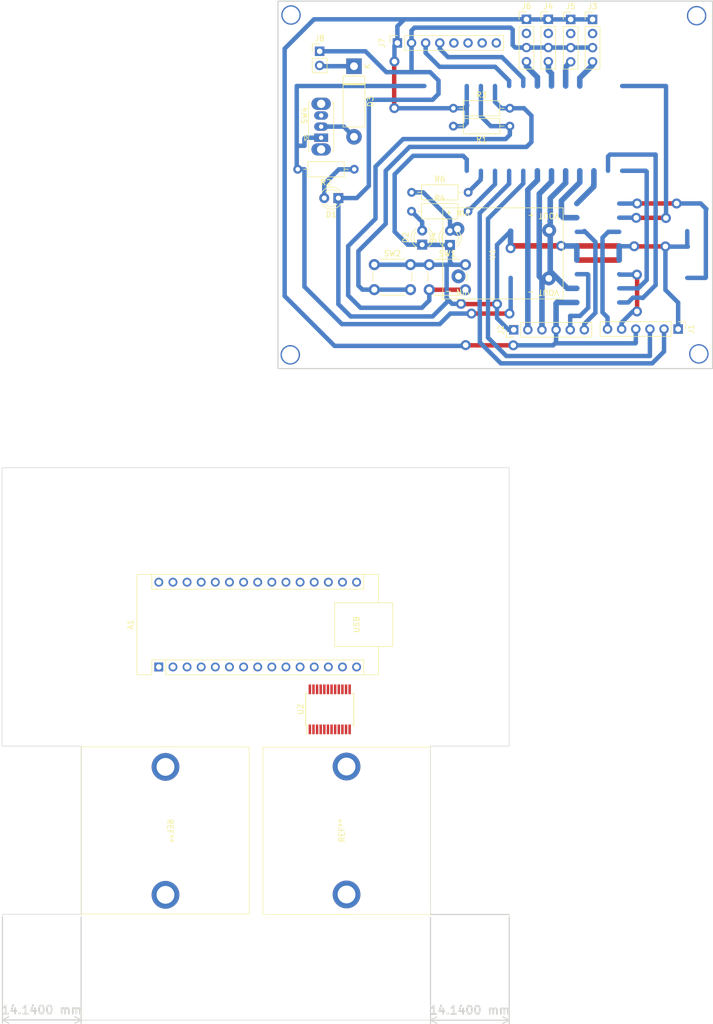
<source format=kicad_pcb>
(kicad_pcb (version 20221018) (generator pcbnew)
  (layers (0 "F.Cu" signal) (31 "B.Cu" signal) (34 "B.Paste" user) (35 "F.Paste" user) (36 "B.SilkS" user "B.Silkscreen") (37 "F.SilkS" user "F.Silkscreen") (38 "B.Mask" user) (39 "F.Mask" user) (44 "Edge.Cuts" user))
  (net 0 "")
  (net 4 "GND")
  (net 5 "/BTN1")
  (net 6 "/BTN2")
  (net 7 "/Led")
  (net 8 "/INB1")
  (net 9 "/INB2")
  (net 10 "/PWM2")
  (net 11 "/PWM1")
  (net 12 "/INA1")
  (net 13 "/INA2")
  (net 16 "/SHARP_D")
  (net 17 "/SHARP_C")
  (net 18 "/SHARP_I")
  (net 19 "/CNY70")
  (net 20 "/SDA")
  (net 21 "/SCL")
  (net 22 "/5v")
  (net 24 "Net-(D1-A)")
  (net 25 "Net-(D2-A)")
  (net 26 "Net-(D3-A)")
  (net 27 "Net-(D3-K)")
  (net 28 "Net-(D4-A)")
  (net 29 "/MA1")
  (net 30 "/MA2")
  (net 31 "/AO1")
  (net 32 "/AO2")
  (net 33 "/MB1")
  (net 34 "/MB2")
  (net 35 "/BO2")
  (net 36 "/BO1")
  (net 45 "/VIn")
  (net 47 "/Vm")
  (net 48 "/Led2")
  (footprint "LED_THT:LED_D3.0mm" (layer "F.Cu") (at 99.68 57.685 90)
    (fp_text reference "D2" (at 1.27 -2.96 90) (layer "F.SilkS"))
    (fp_text value "LED")
    (pad "1" thru_hole rect (at 0 0 90) (size 1.8 1.8) (drill 0.9) (layers "*.Cu" "*.Mask") (net 4 "GND"))
    (pad "2" thru_hole circle (at 2.54 0 90) (size 1.8 1.8) (drill 0.9) (layers "*.Cu" "*.Mask") (net 25 "Net-(D2-A)"))
  )
  (footprint "Connector_PinSocket_2.54mm:PinSocket_1x08_P2.54mm_Vertical" (layer "F.Cu") (at 95.22 21.42 90)
    (fp_text reference "J7" (at 0 -2.77 90) (layer "F.SilkS"))
    (fp_text value "Conn_01x08_Female")
    (pad "1" thru_hole rect (at 0 0 90) (size 1.7 1.7) (drill 1) (layers "*.Cu" "*.Mask") (net 22 "/5v"))
    (pad "2" thru_hole oval (at 0 2.54 90) (size 1.7 1.7) (drill 1) (layers "*.Cu" "*.Mask") (net 4 "GND"))
    (pad "3" thru_hole oval (at 0 5.08 90) (size 1.7 1.7) (drill 1) (layers "*.Cu" "*.Mask") (net 21 "/SCL"))
    (pad "4" thru_hole oval (at 0 7.62 90) (size 1.7 1.7) (drill 1) (layers "*.Cu" "*.Mask") (net 20 "/SDA"))
    (pad "5" thru_hole oval (at 0 10.16 90) (size 1.7 1.7) (drill 1) (layers "*.Cu" "*.Mask"))
    (pad "6" thru_hole oval (at 0 12.7 90) (size 1.7 1.7) (drill 1) (layers "*.Cu" "*.Mask"))
    (pad "7" thru_hole oval (at 0 15.24 90) (size 1.7 1.7) (drill 1) (layers "*.Cu" "*.Mask"))
    (pad "8" thru_hole oval (at 0 17.78 90) (size 1.7 1.7) (drill 1) (layers "*.Cu" "*.Mask"))
  )
  (footprint "Button_Switch_THT:SW_PUSH_6mm" (layer "F.Cu") (at 91.07 61.27)
    (fp_text reference "SW2" (at 3.25 -2) (layer "F.SilkS"))
    (fp_text value "SW_Push")
    (pad "1" thru_hole circle (at 0 0 90) (size 2 2) (drill 1.1) (layers "*.Cu" "*.Mask") (net 4 "GND"))
    (pad "1" thru_hole circle (at 6.5 0 90) (size 2 2) (drill 1.1) (layers "*.Cu" "*.Mask") (net 4 "GND"))
    (pad "2" thru_hole circle (at 0 4.5 90) (size 2 2) (drill 1.1) (layers "*.Cu" "*.Mask") (net 6 "/BTN2"))
    (pad "2" thru_hole circle (at 6.5 4.5 90) (size 2 2) (drill 1.1) (layers "*.Cu" "*.Mask") (net 6 "/BTN2"))
  )
  (footprint "Diode_THT:D_5W_P12.70mm_Horizontal" (layer "F.Cu") (at 87.42 25.6 -90)
    (fp_text reference "D3" (at 6.35 -2.97 90) (layer "F.SilkS"))
    (fp_text value "type=\"D\" model=\"DIODE\" lib=\"\"")
    (fp_text user "K" (at 0 -2.4 90) (layer "F.SilkS"))
    (pad "1" thru_hole rect (at 0 0 270) (size 2.8 2.8) (drill 1.4) (layers "*.Cu" "*.Mask") (net 26 "Net-(D3-A)"))
    (pad "2" thru_hole oval (at 12.7 0 270) (size 2.8 2.8) (drill 1.4) (layers "*.Cu" "*.Mask") (net 27 "Net-(D3-K)"))
  )
  (footprint "" (layer "F.Cu") (at 75.96 77.49)
    (fp_text reference "" (at 0 0) (layer "F.SilkS") (effects (font (size 1.27 1.27))))
    (fp_text value "" (at 0 0) (layer "F.SilkS") (effects (font (size 1.27 1.27))))
    (pad "1" thru_hole circle (at 0 0) (size 3.5 3.5) (drill 3) (layers "*.Cu" "*.Mask"))
  )
  (footprint "LED_THT:LED_D3.0mm" (layer "F.Cu") (at 84.605 49.31 180)
    (fp_text reference "D1" (at 1.27 -2.96) (layer "F.SilkS"))
    (fp_text value "LED")
    (pad "1" thru_hole rect (at 0 0 180) (size 1.8 1.8) (drill 0.9) (layers "*.Cu" "*.Mask") (net 4 "GND"))
    (pad "2" thru_hole circle (at 2.54 0 180) (size 1.8 1.8) (drill 0.9) (layers "*.Cu" "*.Mask") (net 24 "Net-(D1-A)"))
  )
  (footprint "propios:Sx1308" (layer "F.Cu") (at 112.7895 59.454 90)
    (fp_text reference "U1" (at 0 -0.5 90 unlocked) (layer "F.SilkS") (effects (font (thickness 0.1))))
    (fp_text value "Mt3608")
    (fp_text user "VOUT -" (at -6.838 8.63 180 unlocked) (layer "F.SilkS"))
    (fp_text user "VIN +" (at 7.452 -6.81 180 unlocked) (layer "F.SilkS"))
    (fp_text user "VIN -" (at -6.708 -6.81 180 unlocked) (layer "F.SilkS"))
    (fp_text user "VOUT +" (at 6.972 8.7 180 unlocked) (layer "F.SilkS"))
    (pad "1" thru_hole circle (at 4.602 -6.77 90) (size 2.5 2.5) (drill 1.2) (layers "*.Cu" "*.Mask") (net 45 "/VIn"))
    (pad "2" thru_hole circle (at 4.342 9.72 90) (size 2.5 2.5) (drill 1.2) (layers "*.Cu" "*.Mask") (net 47 "/Vm"))
    (pad "3" thru_hole circle (at -3.918 -6.59 90) (size 2.5 2.5) (drill 1.2) (layers "*.Cu" "*.Mask") (net 4 "GND"))
    (pad "4" thru_hole circle (at -4.298 9.65 90) (size 2.5 2.5) (drill 1.2) (layers "*.Cu" "*.Mask") (net 4 "GND"))
  )
  (footprint "Connector_PinHeader_2.54mm:PinHeader_1x06_P2.54mm_Vertical" (layer "F.Cu") (at 116.13 72.99 90)
    (fp_text reference "J2" (at 0 -2.33 90) (layer "F.SilkS"))
    (fp_text value "Conn_01x06_Female")
    (pad "1" thru_hole rect (at 0 0 90) (size 1.7 1.7) (drill 1) (layers "*.Cu" "*.Mask") (net 4 "GND"))
    (pad "2" thru_hole oval (at 0 2.54 90) (size 1.7 1.7) (drill 1) (layers "*.Cu" "*.Mask") (net 33 "/MB1"))
    (pad "3" thru_hole oval (at 0 5.08 90) (size 1.7 1.7) (drill 1) (layers "*.Cu" "*.Mask") (net 34 "/MB2"))
    (pad "4" thru_hole oval (at 0 7.62 90) (size 1.7 1.7) (drill 1) (layers "*.Cu" "*.Mask") (net 22 "/5v"))
    (pad "5" thru_hole oval (at 0 10.16 90) (size 1.7 1.7) (drill 1) (layers "*.Cu" "*.Mask") (net 35 "/BO2"))
    (pad "6" thru_hole oval (at 0 12.7 90) (size 1.7 1.7) (drill 1) (layers "*.Cu" "*.Mask") (net 36 "/BO1"))
  )
  (footprint "Resistor_THT:R_Axial_DIN0207_L6.3mm_D2.5mm_P10.16mm_Horizontal" (layer "F.Cu") (at 115.44 36.38 180)
    (fp_text reference "R1" (at 5.08 -2.37) (layer "F.SilkS"))
    (fp_text value "R")
    (pad "1" thru_hole circle (at 0 0 180) (size 1.6 1.6) (drill 0.8) (layers "*.Cu" "*.Mask") (net 5 "/BTN1"))
    (pad "2" thru_hole oval (at 10.16 0 180) (size 1.6 1.6) (drill 0.8) (layers "*.Cu" "*.Mask") (net 22 "/5v"))
  )
  (footprint "LED_THT:LED_D3.0mm" (layer "F.Cu") (at 104.68 57.725 90)
    (fp_text reference "D4" (at 1.27 -2.96 90) (layer "F.SilkS"))
    (fp_text value "LED")
    (pad "1" thru_hole rect (at 0 0 90) (size 1.8 1.8) (drill 0.9) (layers "*.Cu" "*.Mask") (net 4 "GND"))
    (pad "2" thru_hole circle (at 2.54 0 90) (size 1.8 1.8) (drill 0.9) (layers "*.Cu" "*.Mask") (net 28 "Net-(D4-A)"))
  )
  (footprint "" (layer "F.Cu") (at 149.42 77.32)
    (fp_text reference "" (at 0 0) (layer "F.SilkS") (effects (font (size 1.27 1.27))))
    (fp_text value "" (at 0 0) (layer "F.SilkS") (effects (font (size 1.27 1.27))))
    (pad "1" thru_hole circle (at 0 0) (size 3.5 3.5) (drill 3) (layers "*.Cu" "*.Mask"))
  )
  (footprint "Resistor_THT:R_Axial_DIN0207_L6.3mm_D2.5mm_P10.16mm_Horizontal" (layer "F.Cu") (at 97.76 51.68)
    (fp_text reference "R4" (at 5.08 -2.37) (layer "F.SilkS"))
    (fp_text value "R")
    (pad "1" thru_hole circle (at 0 0) (size 1.6 1.6) (drill 0.8) (layers "*.Cu" "*.Mask") (net 25 "Net-(D2-A)"))
    (pad "2" thru_hole oval (at 10.16 0) (size 1.6 1.6) (drill 0.8) (layers "*.Cu" "*.Mask") (net 7 "/Led"))
  )
  (footprint "Connector_PinHeader_2.54mm:PinHeader_1x04_P2.54mm_Vertical" (layer "F.Cu") (at 118.42 17.17)
    (fp_text reference "J6" (at 0 -2.33) (layer "F.SilkS"))
    (fp_text value "Conn_01x04_Male")
    (pad "1" thru_hole rect (at 0 0) (size 1.7 1.7) (drill 1) (layers "*.Cu" "*.Mask") (net 22 "/5v"))
    (pad "2" thru_hole oval (at 0 2.54) (size 1.7 1.7) (drill 1) (layers "*.Cu" "*.Mask"))
    (pad "3" thru_hole oval (at 0 5.08) (size 1.7 1.7) (drill 1) (layers "*.Cu" "*.Mask") (net 4 "GND"))
    (pad "4" thru_hole oval (at 0 7.62) (size 1.7 1.7) (drill 1) (layers "*.Cu" "*.Mask") (net 19 "/CNY70"))
  )
  (footprint "propios:MotorHolder" (layer "F.Cu") (at 75.086 163.003 90)
    (fp_text reference "REF**" (at 0 10.16 90 unlocked) (layer "F.SilkS"))
    (fp_text value "MotorHolder")
    (pad "1" thru_hole circle (at -11.5 10.99 90) (size 5 5) (drill 3.2) (layers "*.Cu" "*.Mask"))
    (pad "2" thru_hole circle (at 11.5 10.99 90) (size 5 5) (drill 3.2) (layers "*.Cu" "*.Mask"))
  )
  (footprint "Connector_PinHeader_2.54mm:PinHeader_1x04_P2.54mm_Vertical" (layer "F.Cu") (at 126.38 17.19)
    (fp_text reference "J5" (at 0 -2.33) (layer "F.SilkS"))
    (fp_text value "Conn_01x04_Male")
    (pad "1" thru_hole rect (at 0 0) (size 1.7 1.7) (drill 1) (layers "*.Cu" "*.Mask") (net 22 "/5v"))
    (pad "2" thru_hole oval (at 0 2.54) (size 1.7 1.7) (drill 1) (layers "*.Cu" "*.Mask"))
    (pad "3" thru_hole oval (at 0 5.08) (size 1.7 1.7) (drill 1) (layers "*.Cu" "*.Mask") (net 4 "GND"))
    (pad "4" thru_hole oval (at 0 7.62) (size 1.7 1.7) (drill 1) (layers "*.Cu" "*.Mask") (net 17 "/SHARP_C"))
  )
  (footprint "" (layer "F.Cu") (at 149.02 16.52)
    (fp_text reference "" (at 0 0) (layer "F.SilkS") (effects (font (size 1.27 1.27))))
    (fp_text value "" (at 0 0) (layer "F.SilkS") (effects (font (size 1.27 1.27))))
    (pad "1" thru_hole circle (at 0 0) (size 3.5 3.5) (drill 3) (layers "*.Cu" "*.Mask"))
  )
  (footprint "" (layer "F.Cu") (at 76.09 16.4)
    (fp_text reference "" (at 0 0) (layer "F.SilkS") (effects (font (size 1.27 1.27))))
    (fp_text value "" (at 0 0) (layer "F.SilkS") (effects (font (size 1.27 1.27))))
    (pad "1" thru_hole circle (at 0 0) (size 3.5 3.5) (drill 3) (layers "*.Cu" "*.Mask"))
  )
  (footprint "Connector_PinHeader_2.54mm:PinHeader_1x04_P2.54mm_Vertical" (layer "F.Cu") (at 122.35 17.17)
    (fp_text reference "J4" (at 0 -2.33) (layer "F.SilkS"))
    (fp_text value "Conn_01x04_Male")
    (pad "1" thru_hole rect (at 0 0) (size 1.7 1.7) (drill 1) (layers "*.Cu" "*.Mask") (net 22 "/5v"))
    (pad "2" thru_hole oval (at 0 2.54) (size 1.7 1.7) (drill 1) (layers "*.Cu" "*.Mask"))
    (pad "3" thru_hole oval (at 0 5.08) (size 1.7 1.7) (drill 1) (layers "*.Cu" "*.Mask") (net 4 "GND"))
    (pad "4" thru_hole oval (at 0 7.62) (size 1.7 1.7) (drill 1) (layers "*.Cu" "*.Mask") (net 18 "/SHARP_I"))
  )
  (footprint "Resistor_THT:R_Axial_DIN0207_L6.3mm_D2.5mm_P10.16mm_Horizontal" (layer "F.Cu") (at 87.46 44.13 180)
    (fp_text reference "R2" (at 5.08 -2.37) (layer "F.SilkS"))
    (fp_text value "R")
    (pad "1" thru_hole circle (at 0 0 180) (size 1.6 1.6) (drill 0.8) (layers "*.Cu" "*.Mask") (net 24 "Net-(D1-A)"))
    (pad "2" thru_hole oval (at 10.16 0 180) (size 1.6 1.6) (drill 0.8) (layers "*.Cu" "*.Mask") (net 45 "/VIn"))
  )
  (footprint "Package_SO:SSOP-24_5.3x8.2mm_P0.65mm" (layer "F.Cu") (at 83.058 141.224 90)
    (fp_text reference "U2" (at 0 -5.25 90) (layer "F.SilkS"))
    (fp_text value "TB6612FNG")
    (pad "1" smd rect (at -3.6 -3.575 90) (size 1.75 0.45) (layers "F.Cu" "F.Paste" "F.Mask") (net 31 "/AO1"))
    (pad "2" smd rect (at -3.6 -2.925 90) (size 1.75 0.45) (layers "F.Cu" "F.Paste" "F.Mask") (net 31 "/AO1"))
    (pad "3" smd rect (at -3.6 -2.275 90) (size 1.75 0.45) (layers "F.Cu" "F.Paste" "F.Mask") (net 4 "GND"))
    (pad "4" smd rect (at -3.6 -1.625 90) (size 1.75 0.45) (layers "F.Cu" "F.Paste" "F.Mask") (net 4 "GND"))
    (pad "5" smd rect (at -3.6 -0.975 90) (size 1.75 0.45) (layers "F.Cu" "F.Paste" "F.Mask") (net 32 "/AO2"))
    (pad "6" smd rect (at -3.6 -0.325 90) (size 1.75 0.45) (layers "F.Cu" "F.Paste" "F.Mask") (net 32 "/AO2"))
    (pad "7" smd rect (at -3.6 0.325 90) (size 1.75 0.45) (layers "F.Cu" "F.Paste" "F.Mask") (net 35 "/BO2"))
    (pad "8" smd rect (at -3.6 0.975 90) (size 1.75 0.45) (layers "F.Cu" "F.Paste" "F.Mask") (net 35 "/BO2"))
    (pad "9" smd rect (at -3.6 1.625 90) (size 1.75 0.45) (layers "F.Cu" "F.Paste" "F.Mask") (net 4 "GND"))
    (pad "10" smd rect (at -3.6 2.275 90) (size 1.75 0.45) (layers "F.Cu" "F.Paste" "F.Mask") (net 4 "GND"))
    (pad "11" smd rect (at -3.6 2.925 90) (size 1.75 0.45) (layers "F.Cu" "F.Paste" "F.Mask") (net 36 "/BO1"))
    (pad "12" smd rect (at -3.6 3.575 90) (size 1.75 0.45) (layers "F.Cu" "F.Paste" "F.Mask") (net 36 "/BO1"))
    (pad "13" smd rect (at 3.6 3.575 90) (size 1.75 0.45) (layers "F.Cu" "F.Paste" "F.Mask") (net 47 "/Vm"))
    (pad "14" smd rect (at 3.6 2.925 90) (size 1.75 0.45) (layers "F.Cu" "F.Paste" "F.Mask") (net 47 "/Vm"))
    (pad "15" smd rect (at 3.6 2.275 90) (size 1.75 0.45) (layers "F.Cu" "F.Paste" "F.Mask") (net 10 "/PWM2"))
    (pad "16" smd rect (at 3.6 1.625 90) (size 1.75 0.45) (layers "F.Cu" "F.Paste" "F.Mask") (net 9 "/INB2"))
    (pad "17" smd rect (at 3.6 0.975 90) (size 1.75 0.45) (layers "F.Cu" "F.Paste" "F.Mask") (net 8 "/INB1"))
    (pad "18" smd rect (at 3.6 0.325 90) (size 1.75 0.45) (layers "F.Cu" "F.Paste" "F.Mask") (net 4 "GND"))
    (pad "19" smd rect (at 3.6 -0.325 90) (size 1.75 0.45) (layers "F.Cu" "F.Paste" "F.Mask"))
    (pad "20" smd rect (at 3.6 -0.975 90) (size 1.75 0.45) (layers "F.Cu" "F.Paste" "F.Mask") (net 22 "/5v"))
    (pad "21" smd rect (at 3.6 -1.625 90) (size 1.75 0.45) (layers "F.Cu" "F.Paste" "F.Mask") (net 12 "/INA1"))
    (pad "22" smd rect (at 3.6 -2.275 90) (size 1.75 0.45) (layers "F.Cu" "F.Paste" "F.Mask") (net 13 "/INA2"))
    (pad "23" smd rect (at 3.6 -2.925 90) (size 1.75 0.45) (layers "F.Cu" "F.Paste" "F.Mask") (net 11 "/PWM1"))
    (pad "24" smd rect (at 3.6 -3.575 90) (size 1.75 0.45) (layers "F.Cu" "F.Paste" "F.Mask") (net 47 "/Vm"))
  )
  (footprint "Resistor_THT:R_Axial_DIN0207_L6.3mm_D2.5mm_P10.16mm_Horizontal" (layer "F.Cu") (at 105.28 33.16)
    (fp_text reference "R3" (at 5.08 -2.37) (layer "F.SilkS"))
    (fp_text value "R")
    (pad "1" thru_hole circle (at 0 0) (size 1.6 1.6) (drill 0.8) (layers "*.Cu" "*.Mask") (net 22 "/5v"))
    (pad "2" thru_hole oval (at 10.16 0) (size 1.6 1.6) (drill 0.8) (layers "*.Cu" "*.Mask") (net 6 "/BTN2"))
  )
  (footprint "propios:MotorHolder" (layer "F.Cu") (at 64.516 163.068 -90)
    (fp_text reference "REF**" (at 0 10.16 -90 unlocked) (layer "F.SilkS"))
    (fp_text value "MotorHolder")
    (pad "1" thru_hole circle (at -11.5 10.99 270) (size 5 5) (drill 3.2) (layers "*.Cu" "*.Mask"))
    (pad "2" thru_hole circle (at 11.5 10.99 270) (size 5 5) (drill 3.2) (layers "*.Cu" "*.Mask"))
  )
  (footprint "Button_Switch_THT:SW_PUSH_6mm" (layer "F.Cu") (at 100.95 61.29)
    (fp_text reference "SW1" (at 3.25 -2) (layer "F.SilkS"))
    (fp_text value "SW_Push")
    (pad "1" thru_hole circle (at 0 0 90) (size 2 2) (drill 1.1) (layers "*.Cu" "*.Mask") (net 4 "GND"))
    (pad "1" thru_hole circle (at 6.5 0 90) (size 2 2) (drill 1.1) (layers "*.Cu" "*.Mask") (net 4 "GND"))
    (pad "2" thru_hole circle (at 0 4.5 90) (size 2 2) (drill 1.1) (layers "*.Cu" "*.Mask") (net 5 "/BTN1"))
    (pad "2" thru_hole circle (at 6.5 4.5 90) (size 2 2) (drill 1.1) (layers "*.Cu" "*.Mask") (net 5 "/BTN1"))
  )
  (footprint "Button_Switch_THT:SW_Slide_1P2T_CK_OS102011MS2Q" (layer "F.Cu") (at 81.51 38.46 90)
    (fp_text reference "SW4" (at 3.99 -2.99 90) (layer "F.SilkS"))
    (fp_text value "SW_DPDT_x2")
    (pad "" thru_hole oval (at -2.1 0 90) (size 2.2 3.5) (drill 1.5) (layers "*.Cu" "*.Mask"))
    (pad "" thru_hole oval (at 6.1 0 90) (size 2.2 3.5) (drill 1.5) (layers "*.Cu" "*.Mask"))
    (pad "1" thru_hole rect (at 0 0 90) (size 1.5 2.5) (drill 0.8) (layers "*.Cu" "*.Mask") (net 45 "/VIn"))
    (pad "2" thru_hole oval (at 2 0 90) (size 1.5 2.5) (drill 0.8) (layers "*.Cu" "*.Mask") (net 27 "Net-(D3-K)"))
    (pad "3" thru_hole oval (at 4 0 90) (size 1.5 2.5) (drill 0.8) (layers "*.Cu" "*.Mask"))
  )
  (footprint "Connector_PinHeader_2.54mm:PinHeader_1x02_P2.54mm_Vertical" (layer "F.Cu") (at 81.24 22.92)
    (fp_text reference "J8" (at 0 -2.33) (layer "F.SilkS"))
    (fp_text value "Conn_01x02_Male")
    (pad "1" thru_hole rect (at 0 0) (size 1.7 1.7) (drill 1) (layers "*.Cu" "*.Mask") (net 4 "GND"))
    (pad "2" thru_hole oval (at 0 2.54) (size 1.7 1.7) (drill 1) (layers "*.Cu" "*.Mask") (net 26 "Net-(D3-A)"))
  )
  (footprint "Connector_PinHeader_2.54mm:PinHeader_1x04_P2.54mm_Vertical" (layer "F.Cu") (at 130.31 17.19)
    (fp_text reference "J3" (at 0 -2.33) (layer "F.SilkS"))
    (fp_text value "Conn_01x04_Male")
    (pad "1" thru_hole rect (at 0 0) (size 1.7 1.7) (drill 1) (layers "*.Cu" "*.Mask") (net 22 "/5v"))
    (pad "2" thru_hole oval (at 0 2.54) (size 1.7 1.7) (drill 1) (layers "*.Cu" "*.Mask"))
    (pad "3" thru_hole oval (at 0 5.08) (size 1.7 1.7) (drill 1) (layers "*.Cu" "*.Mask") (net 4 "GND"))
    (pad "4" thru_hole oval (at 0 7.62) (size 1.7 1.7) (drill 1) (layers "*.Cu" "*.Mask") (net 16 "/SHARP_D"))
  )
  (footprint "Resistor_THT:R_Axial_DIN0207_L6.3mm_D2.5mm_P10.16mm_Horizontal" (layer "F.Cu") (at 97.78 48.28)
    (fp_text reference "R6" (at 5.08 -2.37) (layer "F.SilkS"))
    (fp_text value "R")
    (pad "1" thru_hole circle (at 0 0) (size 1.6 1.6) (drill 0.8) (layers "*.Cu" "*.Mask") (net 28 "Net-(D4-A)"))
    (pad "2" thru_hole oval (at 10.16 0) (size 1.6 1.6) (drill 0.8) (layers "*.Cu" "*.Mask") (net 48 "/Led2"))
  )
  (footprint "Module:Arduino_Nano" (layer "F.Cu") (at 52.324 133.604 90)
    (fp_text reference "A1" (at 7.62 -5.08 90) (layer "F.SilkS"))
    (fp_text value "Arduino_Nano_v3.x")
    (fp_text user "USB" (at 7.62 35.56 90 unlocked) (layer "F.SilkS"))
    (pad "1" thru_hole rect (at 0 0 90) (size 1.6 1.6) (drill 1) (layers "*.Cu" "*.Mask"))
    (pad "2" thru_hole oval (at 0 2.54 90) (size 1.6 1.6) (drill 1) (layers "*.Cu" "*.Mask"))
    (pad "3" thru_hole oval (at 0 5.08 90) (size 1.6 1.6) (drill 1) (layers "*.Cu" "*.Mask"))
    (pad "4" thru_hole oval (at 0 7.62 90) (size 1.6 1.6) (drill 1) (layers "*.Cu" "*.Mask") (net 4 "GND"))
    (pad "5" thru_hole oval (at 0 10.16 90) (size 1.6 1.6) (drill 1) (layers "*.Cu" "*.Mask") (net 48 "/Led2"))
    (pad "6" thru_hole oval (at 0 12.7 90) (size 1.6 1.6) (drill 1) (layers "*.Cu" "*.Mask") (net 7 "/Led"))
    (pad "7" thru_hole oval (at 0 15.24 90) (size 1.6 1.6) (drill 1) (layers "*.Cu" "*.Mask") (net 29 "/MA1"))
    (pad "8" thru_hole oval (at 0 17.78 90) (size 1.6 1.6) (drill 1) (layers "*.Cu" "*.Mask") (net 30 "/MA2"))
    (pad "9" thru_hole oval (at 0 20.32 90) (size 1.6 1.6) (drill 1) (layers "*.Cu" "*.Mask") (net 33 "/MB1"))
    (pad "10" thru_hole oval (at 0 22.86 90) (size 1.6 1.6) (drill 1) (layers "*.Cu" "*.Mask") (net 34 "/MB2"))
    (pad "11" thru_hole oval (at 0 25.4 90) (size 1.6 1.6) (drill 1) (layers "*.Cu" "*.Mask") (net 9 "/INB2"))
    (pad "12" thru_hole oval (at 0 27.94 90) (size 1.6 1.6) (drill 1) (layers "*.Cu" "*.Mask") (net 8 "/INB1"))
    (pad "13" thru_hole oval (at 0 30.48 90) (size 1.6 1.6) (drill 1) (layers "*.Cu" "*.Mask") (net 10 "/PWM2"))
    (pad "14" thru_hole oval (at 0 33.02 90) (size 1.6 1.6) (drill 1) (layers "*.Cu" "*.Mask") (net 11 "/PWM1"))
    (pad "15" thru_hole oval (at 0 35.56 90) (size 1.6 1.6) (drill 1) (layers "*.Cu" "*.Mask") (net 12 "/INA1"))
    (pad "16" thru_hole oval (at 15.24 35.56 90) (size 1.6 1.6) (drill 1) (layers "*.Cu" "*.Mask") (net 13 "/INA2"))
    (pad "17" thru_hole oval (at 15.24 33.02 90) (size 1.6 1.6) (drill 1) (layers "*.Cu" "*.Mask"))
    (pad "18" thru_hole oval (at 15.24 30.48 90) (size 1.6 1.6) (drill 1) (layers "*.Cu" "*.Mask"))
    (pad "19" thru_hole oval (at 15.24 27.94 90) (size 1.6 1.6) (drill 1) (layers "*.Cu" "*.Mask") (net 16 "/SHARP_D"))
    (pad "20" thru_hole oval (at 15.24 25.4 90) (size 1.6 1.6) (drill 1) (layers "*.Cu" "*.Mask") (net 17 "/SHARP_C"))
    (pad "21" thru_hole oval (at 15.24 22.86 90) (size 1.6 1.6) (drill 1) (layers "*.Cu" "*.Mask") (net 18 "/SHARP_I"))
    (pad "22" thru_hole oval (at 15.24 20.32 90) (size 1.6 1.6) (drill 1) (layers "*.Cu" "*.Mask") (net 19 "/CNY70"))
    (pad "23" thru_hole oval (at 15.24 17.78 90) (size 1.6 1.6) (drill 1) (layers "*.Cu" "*.Mask") (net 20 "/SDA"))
    (pad "24" thru_hole oval (at 15.24 15.24 90) (size 1.6 1.6) (drill 1) (layers "*.Cu" "*.Mask") (net 21 "/SCL"))
    (pad "25" thru_hole oval (at 15.24 12.7 90) (size 1.6 1.6) (drill 1) (layers "*.Cu" "*.Mask") (net 6 "/BTN2"))
    (pad "26" thru_hole oval (at 15.24 10.16 90) (size 1.6 1.6) (drill 1) (layers "*.Cu" "*.Mask") (net 5 "/BTN1"))
    (pad "27" thru_hole oval (at 15.24 7.62 90) (size 1.6 1.6) (drill 1) (layers "*.Cu" "*.Mask") (net 22 "/5v"))
    (pad "28" thru_hole oval (at 15.24 5.08 90) (size 1.6 1.6) (drill 1) (layers "*.Cu" "*.Mask"))
    (pad "29" thru_hole oval (at 15.24 2.54 90) (size 1.6 1.6) (drill 1) (layers "*.Cu" "*.Mask") (net 4 "GND"))
    (pad "30" thru_hole oval (at 15.24 0 90) (size 1.6 1.6) (drill 1) (layers "*.Cu" "*.Mask") (net 45 "/VIn"))
  )
  (footprint "Connector_PinHeader_2.54mm:PinHeader_1x06_P2.54mm_Vertical" (layer "F.Cu") (at 145.7 72.86 -90)
    (fp_text reference "J1" (at 0 -2.33 90) (layer "F.SilkS"))
    (fp_text value "Conn_01x06_Female")
    (pad "1" thru_hole rect (at 0 0 270) (size 1.7 1.7) (drill 1) (layers "*.Cu" "*.Mask") (net 4 "GND"))
    (pad "2" thru_hole oval (at 0 2.54 270) (size 1.7 1.7) (drill 1) (layers "*.Cu" "*.Mask") (net 29 "/MA1"))
    (pad "3" thru_hole oval (at 0 5.08 270) (size 1.7 1.7) (drill 1) (layers "*.Cu" "*.Mask") (net 30 "/MA2"))
    (pad "4" thru_hole oval (at 0 7.62 270) (size 1.7 1.7) (drill 1) (layers "*.Cu" "*.Mask") (net 22 "/5v"))
    (pad "5" thru_hole oval (at 0 10.16 270) (size 1.7 1.7) (drill 1) (layers "*.Cu" "*.Mask") (net 31 "/AO1"))
    (pad "6" thru_hole oval (at 0 12.7 270) (size 1.7 1.7) (drill 1) (layers "*.Cu" "*.Mask") (net 32 "/AO2"))
  )
  (gr_line (start 38.354 178.054) (end 38.354 147.828) (stroke (width 0.1)) (layer "Edge.Cuts"))
  (gr_line (start 101.176 147.828) (end 115.316 147.828) (stroke (width 0.1)) (layer "Edge.Cuts"))
  (gr_line (start 24.13 147.828) (end 24.13 97.79) (stroke (width 0.1)) (layer "Edge.Cuts"))
  (gr_line (start 115.316 178.103) (end 101.176 178.103) (stroke (width 0.2)) (layer "Edge.Cuts"))
  (gr_line (start 24.13 97.79) (end 113.538 97.79) (stroke (width 0.1)) (layer "Edge.Cuts"))
  (gr_line (start 115.316 178.103) (end 115.316 197.104) (stroke (width 0.1)) (layer "Edge.Cuts"))
  (gr_rect (start 73.75 13.9) (end 151.88 79.96) (stroke (width 0.2)) (fill none) (layer "Edge.Cuts"))
  (gr_line (start 24.214 178.054) (end 38.354 178.054) (stroke (width 0.1)) (layer "Edge.Cuts"))
  (gr_line (start 38.354 147.828) (end 24.13 147.828) (stroke (width 0.1)) (layer "Edge.Cuts"))
  (gr_line (start 113.538 97.79) (end 115.316 97.79) (stroke (width 0.1)) (layer "Edge.Cuts"))
  (gr_line (start 115.316 197.104) (end 24.214 197.104) (stroke (width 0.1)) (layer "Edge.Cuts"))
  (gr_line (start 101.176 178.103) (end 101.176 147.828) (stroke (width 0.1)) (layer "Edge.Cuts"))
  (gr_line (start 24.214 197.104) (end 24.214 178.054) (stroke (width 0.1)) (layer "Edge.Cuts"))
  (gr_line (start 115.316 147.828) (end 115.316 97.79) (stroke (width 0.1)) (layer "Edge.Cuts"))
  (dimension (type aligned) (layer "Edge.Cuts") (pts (xy 24.214 178.054) (xy 38.354 178.054)) (height 19.001) (gr_text "14,1400 mm" (at 31.284 195.255) (layer "Edge.Cuts") (effects (font (size 1.5 1.5) (thickness 0.3)))) (format (prefix "") (suffix "") (units 3) (units_format 1) (precision 4)) (style (thickness 0.2) (arrow_length 1.27) (text_position_mode 0) (extension_height 0.58642) (extension_offset 0.5) keep_text_aligned))
  (dimension (type aligned) (layer "Edge.Cuts") (pts (xy 101.176 178.103) (xy 115.316 178.103)) (height 19.001) (gr_text "14,1400 mm" (at 108.246 195.304) (layer "Edge.Cuts") (effects (font (size 1.5 1.5) (thickness 0.3)))) (format (prefix "") (suffix "") (units 3) (units_format 1) (precision 4)) (style (thickness 0.2) (arrow_length 1.27) (text_position_mode 0) (extension_height 0.58642) (extension_offset 0.5) keep_text_aligned))
  (segment (start 115.99 57.9) (end 115.57 58.32) (width 1) (layer "F.Cu") (net 4))
  (segment (start 127.48 57.915) (end 135.1 57.915) (width 1) (layer "F.Cu") (net 4))
  (segment (start 124.67 57.9) (end 115.99 57.9) (width 1) (layer "F.Cu") (net 4))
  (segment (start 137.83 58) (end 137.8 57.97) (width 0.8) (layer "F.Cu") (net 4))
  (segment (start 113.13 68.37) (end 106.71 68.37) (width 0.8) (layer "F.Cu") (net 4))
  (segment (start 135.1 60.455) (end 127.48 60.455) (width 1) (layer "F.Cu") (net 4))
  (segment (start 143.41 58) (end 137.83 58) (width 0.8) (layer "F.Cu") (net 4))
  (segment (start 106.71 68.37) (end 106.66 68.32) (width 0.8) (layer "F.Cu") (net 4))
  (via (at 115.57 58.32) (size 1.8) (drill 1) (layers "F.Cu" "B.Cu") (net 4))
  (via (at 113.13 68.37) (size 1.8) (drill 1) (layers "F.Cu" "B.Cu") (net 4))
  (via (at 106.66 68.32) (size 1.8) (drill 1) (layers "F.Cu" "B.Cu") (net 4))
  (via (at 137.8 57.97) (size 1.8) (drill 1) (layers "F.Cu" "B.Cu") (net 4))
  (via (at 143.41 58) (size 1.8) (drill 1) (layers "F.Cu" "B.Cu") (net 4))
  (via (at 124.67 57.9) (size 1.8) (drill 1) (layers "F.Cu" "B.Cu") (net 4))
  (segment (start 90.08 31.73) (end 89.99 31.64) (width 0.8) (layer "B.Cu") (net 4))
  (segment (start 104.07 61.29) (end 91.09 61.29) (width 0.8) (layer "B.Cu") (net 4))
  (segment (start 147.3335 57.9435) (end 147.43 58.04) (width 0.8) (layer "B.Cu") (net 4))
  (segment (start 106.66 68.32) (end 105.06 68.32) (width 0.8) (layer "B.Cu") (net 4))
  (segment (start 87.9 49.31) (end 90.08 47.13) (width 0.8) (layer "B.Cu") (net 4))
  (segment (start 107.69 44.4) (end 107.69 42.36) (width 0.8) (layer "B.Cu") (net 4))
  (segment (start 90.08 47.13) (end 90.08 31.73) (width 0.8) (layer "B.Cu") (net 4))
  (segment (start 116.41 22.25) (end 115.95 21.79) (width 0.8) (layer "B.Cu") (net 4))
  (segment (start 104.44 67.7) (end 104.07 67.33) (width 0.8) (layer "B.Cu") (net 4))
  (segment (start 137.8 57.97) (end 135.155 57.97) (width 0.8) (layer "B.Cu") (net 4))
  (segment (start 145.7 72.86) (end 145.7 68.11) (width 0.8) (layer "B.Cu") (net 4))
  (segment (start 107.69 42.36) (end 107.04 41.71) (width 0.8) (layer "B.Cu") (net 4))
  (segment (start 97.76 26.67) (end 93.23 26.67) (width 0.8) (layer "B.Cu") (net 4))
  (segment (start 135.155 57.97) (end 135.1 57.915) (width 0.8) (layer "B.Cu") (net 4))
  (segment (start 101.55 70.59) (end 86.82 70.59) (width 0.8) (layer "B.Cu") (net 4))
  (segment (start 89.99 31.64) (end 101.55 31.64) (width 0.8) (layer "B.Cu") (net 4))
  (segment (start 115.21 72.99) (end 113.13 70.91) (width 0.8) (layer "B.Cu") (net 4))
  (segment (start 113.13 70.91) (end 113.13 57.7075) (width 0.8) (layer "B.Cu") (net 4))
  (segment (start 98.05 41.71) (end 94.73 45.03) (width 0.8) (layer "B.Cu") (net 4))
  (segment (start 94.73 55.36) (end 97.055 57.685) (width 0.8) (layer "B.Cu") (net 4))
  (segment (start 130.29 22.25) (end 130.31 22.27) (width 0.8) (layer "B.Cu") (net 4))
  (segment (start 124.685 57.915) (end 124.67 57.9) (width 1) (layer "B.Cu") (net 4))
  (segment (start 99.72 57.725) (end 99.68 57.685) (width 0.8) (layer "B.Cu") (net 4))
  (segment (start 97.055 57.685) (end 99.68 57.685) (width 0.8) (layer "B.Cu") (net 4))
  (segment (start 98.29 18.67) (end 97.76 19.2) (width 0.8) (layer "B.Cu") (net 4))
  (segment (start 91.09 61.29) (end 91.07 61.27) (width 0.8) (layer "B.Cu") (net 4))
  (segment (start 102.61 30.58) (end 102.61 29.16) (width 0.8) (layer "B.Cu") (net 4))
  (segment (start 135.1 57.915) (end 135.1 60.455) (width 1) (layer "B.Cu") (net 4))
  (segment (start 145.7 68.11) (end 143.41 65.82) (width 0.8) (layer "B.Cu") (net 4))
  (segment (start 143.45 58.04) (end 143.41 58) (width 0.8) (layer "B.Cu") (net 4))
  (segment (start 97.76 26.67) (end 101.11 26.67) (width 0.8) (layer "B.Cu") (net 4))
  (segment (start 102.61 28.17) (end 102.61 29.16) (width 0.8) (layer "B.Cu") (net 4))
  (segment (start 113.13 57.7075) (end 115.5835 55.254) (width 0.8) (layer "B.Cu") (net 4))
  (segment (start 101.55 31.64) (end 102.61 30.58) (width 0.8) (layer "B.Cu") (net 4))
  (segment (start 115.59 18.67) (end 98.29 18.67) (width 0.8) (layer "B.Cu") (net 4))
  (segment (start 104.68 57.725) (end 104.68 60.84) (width 0.8) (layer "B.Cu") (net 4))
  (segment (start 93.23 26.67) (end 89.48 22.92) (width 0.8) (layer "B.Cu") (net 4))
  (segment (start 84.605 68.375) (end 84.605 49.31) (width 0.8) (layer "B.Cu") (net 4))
  (segment (start 94.73 45.03) (end 94.73 55.36) (width 0.8) (layer "B.Cu") (net 4))
  (segment (start 105.13 61.29) (end 104.68 60.84) (width 0.8) (layer "B.Cu") (net 4))
  (segment (start 115.95 19.03) (end 115.59 18.67) (width 0.8) (layer "B.Cu") (net 4))
  (segment (start 127.48 57.915) (end 124.685 57.915) (width 1) (layer "B.Cu") (net 4))
  (segment (start 104.68 60.84) (end 104.68 59.43) (width 0.8) (layer "B.Cu") (net 4))
  (segment (start 115.95 21.79) (end 115.95 19.03) (width 0.8) (layer "B.Cu") (net 4))
  (segment (start 104.68 57.725) (end 99.72 57.725) (width 0.8) (layer "B.Cu") (net 4))
  (segment (start 97.76 23.87) (end 97.76 26.67) (width 0.8) (layer "B.Cu") (net 4))
  (segment (start 143.41 65.82) (end 143.41 58) (width 0.8) (layer "B.Cu") (net 4))
  (segment (start 89.48 22.92) (end 81.24 22.92) (width 0.8) (layer "B.Cu") (net 4))
  (segment (start 105.06 68.32) (end 104.44 67.7) (width 0.8) (layer "B.Cu") (net 4))
  (segment (start 115.57 55.2675) (end 115.5835 55.254) (width 1) (layer "B.Cu") (net 4))
  (segment (start 84.605 49.31) (end 87.9 49.31) (width 0.8) (layer "B.Cu") (net 4))
  (segment (start 107.45 61.29) (end 105.13 61.29) (width 0.8) (layer "B.Cu") (net 4))
  (segment (start 101.11 26.67) (end 102.61 28.17) (width 0.8) (layer "B.Cu") (net 4))
  (segment (start 97.76 19.2) (end 97.76 21.42) (width 0.8) (layer "B.Cu") (net 4))
  (segment (start 147.43 58.04) (end 143.45 58.04) (width 0.8) (layer "B.Cu") (net 4))
  (segment (start 107.04 41.71) (end 98.05 41.71) (width 0.8) (layer "B.Cu") (net 4))
  (segment (start 104.44 67.7) (end 101.55 70.59) (width 0.8) (layer "B.Cu") (net 4))
  (segment (start 147.3335 55.254) (end 147.3335 57.9435) (width 0.8) (layer "B.Cu") (net 4))
  (segment (start 127.48 57.915) (end 127.48 60.455) (width 1) (layer "B.Cu") (net 4))
  (segment (start 115.57 58.32) (end 115.57 55.2675) (width 1) (layer "B.Cu") (net 4))
  (segment (start 118.42 22.25) (end 130.29 22.25) (width 0.8) (layer "B.Cu") (net 4))
  (segment (start 104.07 67.33) (end 104.07 61.29) (width 0.8) (layer "B.Cu") (net 4))
  (segment (start 107.45 61.29) (end 104.07 61.29) (width 0.8) (layer "B.Cu") (net 4))
  (segment (start 97.76 21.42) (end 97.76 23.87) (width 0.8) (layer "B.Cu") (net 4))
  (segment (start 116.13 72.99) (end 115.21 72.99) (width 0.8) (layer "B.Cu") (net 4))
  (segment (start 86.82 70.59) (end 84.605 68.375) (width 0.8) (layer "B.Cu") (net 4))
  (segment (start 118.42 22.25) (end 116.41 22.25) (width 0.8) (layer "B.Cu") (net 4))
  (segment (start 100.95 65.79) (end 107.45 65.79) (width 0.8) (layer "F.Cu") (net 5))
  (segment (start 115.44 36.38) (end 115.44 37.94) (width 0.8) (layer "B.Cu") (net 5))
  (segment (start 114.68 38.7) (end 96.24 38.7) (width 0.8) (layer "B.Cu") (net 5))
  (segment (start 110.23 34.6) (end 112.01 36.38) (width 0.8) (layer "B.Cu") (net 5))
  (segment (start 110.23 29.16) (end 110.23 34.6) (width 0.8) (layer "B.Cu") (net 5))
  (segment (start 112.01 36.38) (end 115.44 36.38) (width 0.8) (layer "B.Cu") (net 5))
  (segment (start 88.59 69.03) (end 99.62 69.03) (width 0.8) (layer "B.Cu") (net 5))
  (segment (start 96.24 38.7) (end 91.29 43.65) (width 0.8) (layer "B.Cu") (net 5))
  (segment (start 91.29 53.02) (end 86.37 57.94) (width 0.8) (layer "B.Cu") (net 5))
  (segment (start 86.37 57.94) (end 86.37 66.81) (width 0.8) (layer "B.Cu") (net 5))
  (segment (start 86.37 66.81) (end 88.59 69.03) (width 0.8) (layer "B.Cu") (net 5))
  (segment (start 91.29 43.65) (end 91.29 53.02) (width 0.8) (layer "B.Cu") (net 5))
  (segment (start 100.95 67.7) (end 100.95 65.79) (width 0.8) (layer "B.Cu") (net 5))
  (segment (start 99.62 69.03) (end 100.95 67.7) (width 0.8) (layer "B.Cu") (net 5))
  (segment (start 115.44 37.94) (end 114.68 38.7) (width 0.8) (layer "B.Cu") (net 5))
  (segment (start 88.21 65.05) (end 88.21 58.84) (width 0.8) (layer "B.Cu") (net 6))
  (segment (start 118.44 40.11) (end 119.32 39.23) (width 0.8) (layer "B.Cu") (net 6))
  (segment (start 88.21 58.84) (end 93.12 53.93) (width 0.8) (layer "B.Cu") (net 6))
  (segment (start 93.12 44.4) (end 97.41 40.11) (width 0.8) (layer "B.Cu") (net 6))
  (segment (start 113.91 33.16) (end 112.77 32.02) (width 0.8) (layer "B.Cu") (net 6))
  (segment (start 93.12 53.93) (end 93.12 44.4) (width 0.8) (layer "B.Cu") (net 6))
  (segment (start 97.41 40.11) (end 118.44 40.11) (width 0.8) (layer "B.Cu") (net 6))
  (segment (start 97.57 65.77) (end 91.07 65.77) (width 0.8) (layer "B.Cu") (net 6))
  (segment (start 88.93 65.77) (end 88.21 65.05) (width 0.8) (layer "B.Cu") (net 6))
  (segment (start 119.32 34.5) (end 117.98 33.16) (width 0.8) (layer "B.Cu") (net 6))
  (segment (start 119.32 39.23) (end 119.32 34.5) (width 0.8) (layer "B.Cu") (net 6))
  (segment (start 91.07 65.77) (end 88.93 65.77) (width 0.8) (layer "B.Cu") (net 6))
  (segment (start 117.98 33.16) (end 115.44 33.16) (width 0.8) (layer "B.Cu") (net 6))
  (segment (start 112.77 32.02) (end 112.77 29.16) (width 0.8) (layer "B.Cu") (net 6))
  (segment (start 115.44 33.16) (end 113.91 33.16) (width 0.8) (layer "B.Cu") (net 6))
  (segment (start 107.92 51.68) (end 112.77 46.83) (width 0.8) (layer "B.Cu") (net 7))
  (segment (start 112.77 46.83) (end 112.77 44.4) (width 0.8) (layer "B.Cu") (net 7))
  (segment (start 128.01 46.5) (end 124.71 49.8) (width 1) (layer "B.Cu") (net 8))
  (segment (start 124.71 52.48) (end 125.065 52.835) (width 1) (layer "B.Cu") (net 8))
  (segment (start 128.01 44.4) (end 128.01 46.5) (width 1) (layer "B.Cu") (net 8))
  (segment (start 125.065 52.835) (end 127.48 52.835) (width 1) (layer "B.Cu") (net 8))
  (segment (start 124.71 49.8) (end 124.71 52.48) (width 1) (layer "B.Cu") (net 8))
  (segment (start 122.7 49.35) (end 125.47 46.58) (width 1) (layer "B.Cu") (net 9))
  (segment (start 122.7 62.46) (end 122.7 49.35) (width 1) (layer "B.Cu") (net 9))
  (segment (start 125.47 46.58) (end 125.47 44.4) (width 1) (layer "B.Cu") (net 9))
  (segment (start 127.48 65.535) (end 125.775 65.535) (width 1) (layer "B.Cu") (net 9))
  (segment (start 125.775 65.535) (end 122.7 62.46) (width 1) (layer "B.Cu") (net 9))
  (segment (start 130.52 47.255) (end 130.52 46.93) (width 1) (layer "B.Cu") (net 10))
  (segment (start 130.55 46.9) (end 130.55 44.4) (width 1) (layer "B.Cu") (net 10))
  (segment (start 130.52 46.93) (end 130.55 46.9) (width 1) (layer "B.Cu") (net 10))
  (segment (start 127.48 50.295) (end 130.52 47.255) (width 1) (layer "B.Cu") (net 10))
  (segment (start 136.715 68.075) (end 137.57 67.22) (width 0.8) (layer "B.Cu") (net 11))
  (segment (start 137.57 67.22) (end 139.26 67.22) (width 0.8) (layer "B.Cu") (net 11))
  (segment (start 141.65 41.49) (end 133.44 41.49) (width 0.8) (layer "B.Cu") (net 11))
  (segment (start 139.26 67.22) (end 139.32 67.28) (width 0.8) (layer "B.Cu") (net 11))
  (segment (start 133.44 41.49) (end 133.09 41.84) (width 0.8) (layer "B.Cu") (net 11))
  (segment (start 141.65 64.95) (end 141.65 41.49) (width 0.8) (layer "B.Cu") (net 11))
  (segment (start 133.09 41.84) (end 133.09 44.4) (width 0.8) (layer "B.Cu") (net 11))
  (segment (start 139.32 67.28) (end 141.65 64.95) (width 0.8) (layer "B.Cu") (net 11))
  (segment (start 135.1 68.075) (end 136.715 68.075) (width 0.8) (layer "B.Cu") (net 11))
  (segment (start 140.04 44.55) (end 139.89 44.4) (width 0.8) (layer "B.Cu") (net 12))
  (segment (start 138.525 65.535) (end 140.04 64.02) (width 0.8) (layer "B.Cu") (net 12))
  (segment (start 140.04 64.02) (end 140.04 44.55) (width 0.8) (layer "B.Cu") (net 12))
  (segment (start 139.89 44.4) (end 135.63 44.4) (width 0.8) (layer "B.Cu") (net 12))
  (segment (start 135.1 65.535) (end 138.525 65.535) (width 0.8) (layer "B.Cu") (net 12))
  (segment (start 143.47 52.86) (end 143.5 52.89) (width 0.8) (layer "F.Cu") (net 13))
  (segment (start 138.16 52.86) (end 143.47 52.86) (width 0.8) (layer "F.Cu") (net 13))
  (via (at 138.16 52.86) (size 1.8) (drill 1) (layers "F.Cu" "B.Cu") (net 13))
  (via (at 143.5 52.89) (size 1.8) (drill 1) (layers "F.Cu" "B.Cu") (net 13))
  (segment (start 143.52 52.87) (end 143.52 29.21) (width 0.8) (layer "B.Cu") (net 13))
  (segment (start 143.5 52.89) (end 143.52 52.87) (width 0.8) (layer "B.Cu") (net 13))
  (segment (start 143.52 29.21) (end 143.47 29.16) (width 0.8) (layer "B.Cu") (net 13))
  (segment (start 135.1 52.835) (end 138.135 52.835) (width 0.8) (layer "B.Cu") (net 13))
  (segment (start 138.135 52.835) (end 138.16 52.86) (width 0.8) (layer "B.Cu") (net 13))
  (segment (start 143.47 29.16) (end 135.63 29.16) (width 0.8) (layer "B.Cu") (net 13))
  (segment (start 128.01 29.16) (end 128.01 27.71) (width 1) (layer "B.Cu") (net 16))
  (segment (start 128.01 27.71) (end 130.31 25.41) (width 1) (layer "B.Cu") (net 16))
  (segment (start 130.31 25.41) (end 130.31 24.81) (width 1) (layer "B.Cu") (net 16))
  (segment (start 125.47 29.16) (end 125.47 25.72) (width 1) (layer "B.Cu") (net 17))
  (segment (start 125.47 25.72) (end 126.38 24.81) (width 1) (layer "B.Cu") (net 17))
  (segment (start 122.38 24.82) (end 122.35 24.79) (width 1) (layer "B.Cu") (net 18))
  (segment (start 122.93 26.9) (end 122.38 26.35) (width 1) (layer "B.Cu") (net 18))
  (segment (start 122.93 29.16) (end 122.93 26.9) (width 1) (layer "B.Cu") (net 18))
  (segment (start 122.38 26.35) (end 122.38 24.82) (width 1) (layer "B.Cu") (net 18))
  (segment (start 120.39 27.58) (end 118.42 25.61) (width 1) (layer "B.Cu") (net 19))
  (segment (start 118.42 25.61) (end 118.42 24.79) (width 1) (layer "B.Cu") (net 19))
  (segment (start 120.39 29.16) (end 120.39 27.58) (width 1) (layer "B.Cu") (net 19))
  (segment (start 102.84 22.49) (end 102.84 21.42) (width 0.8) (layer "B.Cu") (net 20))
  (segment (start 117.85 27.8) (end 114.02 23.97) (width 0.8) (layer "B.Cu") (net 20))
  (segment (start 117.85 29.16) (end 117.85 27.8) (width 0.8) (layer "B.Cu") (net 20))
  (segment (start 104.32 23.97) (end 102.84 22.49) (width 0.8) (layer "B.Cu") (net 20))
  (segment (start 114.02 23.97) (end 104.32 23.97) (width 0.8) (layer "B.Cu") (net 20))
  (segment (start 100.3 23.21) (end 100.3 21.42) (width 0.8) (layer "B.Cu") (net 21))
  (segment (start 102.8 25.71) (end 100.3 23.21) (width 0.8) (layer "B.Cu") (net 21))
  (segment (start 115.31 28.21) (end 112.81 25.71) (width 0.8) (layer "B.Cu") (net 21))
  (segment (start 112.81 25.71) (end 102.8 25.71) (width 0.8) (layer "B.Cu") (net 21))
  (segment (start 115.31 29.16) (end 115.31 28.21) (width 0.8) (layer "B.Cu") (net 21))
  (segment (start 116.06 75.78) (end 107.53 75.78) (width 0.8) (layer "F.Cu") (net 22))
  (segment (start 94.64 24.81) (end 94.69 24.76) (width 0.8) (layer "F.Cu") (net 22))
  (segment (start 94.64 33.1) (end 94.64 24.81) (width 0.8) (layer "F.Cu") (net 22))
  (segment (start 94.67 33.13) (end 94.64 33.1) (width 0.8) (layer "F.Cu") (net 22))
  (segment (start 107.53 75.78) (end 107.49 75.74) (width 0.8) (layer "F.Cu") (net 22))
  (via (at 107.49 75.74) (size 1.8) (drill 1) (layers "F.Cu" "B.Cu") (net 22))
  (via (at 116.06 75.78) (size 1.8) (drill 1) (layers "F.Cu" "B.Cu") (net 22))
  (via (at 94.67 33.13) (size 1.8) (drill 1) (layers "F.Cu" "B.Cu") (net 22))
  (via (at 94.69 24.76) (size 1.8) (drill 1) (layers "F.Cu" "B.Cu") (net 22))
  (segment (start 95.22 18.42) (end 96.47 17.17) (width 0.8) (layer "B.Cu") (net 22))
  (segment (start 96.47 17.17) (end 118.42 17.17) (width 0.8) (layer "B.Cu") (net 22))
  (segment (start 123.75 75.24) (end 123.75 72.99) (width 0.8) (layer "B.Cu") (net 22))
  (segment (start 130.31 17.19) (end 118.44 17.19) (width 0.8) (layer "B.Cu") (net 22))
  (segment (start 123.67 75.32) (end 123.75 75.24) (width 0.8) (layer "B.Cu") (net 22))
  (segment (start 138.08 72.86) (end 138.08 75.34) (width 0.8) (layer "B.Cu") (net 22))
  (segment (start 138.08 75.34) (end 138 75.42) (width 0.8) (layer "B.Cu") (net 22))
  (segment (start 94.67 33.13) (end 94.7 33.16) (width 0.8) (layer "B.Cu") (net 22))
  (segment (start 107.28 33.16) (end 105.28 33.16) (width 0.8) (layer "B.Cu") (net 22))
  (segment (start 105.28 36.38) (end 107.14 36.38) (width 0.8) (layer "B.Cu") (net 22))
  (segment (start 107.69 32.05) (end 107.69 32.59) (width 0.8) (layer "B.Cu") (net 22))
  (segment (start 94.7 33.16) (end 105.28 33.16) (width 0.8) (layer "B.Cu") (net 22))
  (segment (start 118.44 17.19) (end 118.42 17.17) (width 0.8) (layer "B.Cu") (net 22))
  (segment (start 95.22 21.42) (end 95.22 18.42) (width 0.8) (layer "B.Cu") (net 22))
  (segment (start 107.69 35.83) (end 107.69 32.05) (width 0.8) (layer "B.Cu") (net 22))
  (segment (start 107.69 29.16) (end 107.69 32.05) (width 0.8) (layer "B.Cu") (net 22))
  (segment (start 80.23 17.17) (end 96.47 17.17) (width 0.8) (layer "B.Cu") (net 22))
  (segment (start 123.75 68.24) (end 123.75 72.99) (width 1) (layer "B.Cu") (net 22))
  (segment (start 123.96 68.03) (end 123.75 68.24) (width 1) (layer "B.Cu") (net 22))
  (segment (start 83.91 75.88) (end 74.95 66.92) (width 0.8) (layer "B.Cu") (net 22))
  (segment (start 107.77 32.67) (end 107.28 33.16) (width 0.8) (layer "B.Cu") (net 22))
  (segment (start 107.49 75.74) (end 107.35 75.88) (width 0.8) (layer "B.Cu") (net 22))
  (segment (start 123.77 75.42) (end 123.67 75.32) (width 0.8) (layer "B.Cu") (net 22))
  (segment (start 107.14 36.38) (end 107.69 35.83) (width 0.8) (layer "B.Cu") (net 22))
  (segment (start 74.95 22.45) (end 80.23 17.17) (width 0.8) (layer "B.Cu") (net 22))
  (segment (start 127.48 68.075) (end 124.005 68.075) (width 1) (layer "B.Cu") (net 22))
  (segment (start 138 75.42) (end 123.77 75.42) (width 0.8) (layer "B.Cu") (net 22))
  (segment (start 94.69 24.76) (end 94.69 21.95) (width 0.8) (layer "B.Cu") (net 22))
  (segment (start 123.21 75.78) (end 116.06 75.78) (width 0.8) (layer "B.Cu") (net 22))
  (segment (start 123.75 75.24) (end 123.21 75.78) (width 0.8) (layer "B.Cu") (net 22))
  (segment (start 94.69 21.95) (end 95.22 21.42) (width 0.8) (layer "B.Cu") (net 22))
  (segment (start 124.005 68.075) (end 123.96 68.03) (width 1) (layer "B.Cu") (net 22))
  (segment (start 74.95 66.92) (end 74.95 22.45) (width 0.8) (layer "B.Cu") (net 22))
  (segment (start 107.69 32.59) (end 107.77 32.67) (width 0.8) (layer "B.Cu") (net 22))
  (segment (start 107.35 75.88) (end 83.91 75.88) (width 0.8) (layer "B.Cu") (net 22))
  (segment (start 87.44 44.15) (end 87.46 44.13) (width 0.8) (layer "B.Cu") (net 24))
  (segment (start 82.065 46.775) (end 84.69 44.15) (width 0.8) (layer "B.Cu") (net 24))
  (segment (start 82.065 49.31) (end 82.065 46.775) (width 0.8) (layer "B.Cu") (net 24))
  (segment (start 84.69 44.15) (end 87.44 44.15) (width 0.8) (layer "B.Cu") (net 24))
  (segment (start 99.68 55.145) (end 99.68 53.6) (width 0.8) (layer "B.Cu") (net 25))
  (segment (start 99.68 53.6) (end 97.76 51.68) (width 0.8) (layer "B.Cu") (net 25))
  (segment (start 87.42 25.6) (end 81.38 25.6) (width 0.8) (layer "B.Cu") (net 26))
  (segment (start 81.38 25.6) (end 81.24 25.46) (width 0.8) (layer "B.Cu") (net 26))
  (segment (start 85.58 36.46) (end 87.42 38.3) (width 0.8) (layer "B.Cu") (net 27))
  (segment (start 81.51 36.46) (end 85.58 36.46) (width 0.8) (layer "B.Cu") (net 27))
  (segment (start 104.68 53.11) (end 99.85 48.28) (width 0.8) (layer "B.Cu") (net 28))
  (segment (start 99.85 48.28) (end 97.78 48.28) (width 0.8) (layer "B.Cu") (net 28))
  (segment (start 104.68 55.185) (end 104.68 53.11) (width 0.8) (layer "B.Cu") (net 28))
  (segment (start 141.03 79.02) (end 143.16 76.89) (width 0.8) (layer "B.Cu") (net 29))
  (segment (start 113.82 79.02) (end 141.03 79.02) (width 0.8) (layer "B.Cu") (net 29))
  (segment (start 110.04 69.448679) (end 110.04 75.24) (width 0.8) (layer "B.Cu") (net 29))
  (segment (start 110.04 75.24) (end 113.82 79.02) (width 0.8) (layer "B.Cu") (net 29))
  (segment (start 110.02 52.02) (end 110.02 69.428679) (width 0.8) (layer "B.Cu") (net 29))
  (segment (start 143.16 76.89) (end 143.16 72.86) (width 0.8) (layer "B.Cu") (net 29))
  (segment (start 115.31 44.4) (end 115.31 46.73) (width 0.8) (layer "B.Cu") (net 29))
  (segment (start 110.02 69.428679) (end 110.04 69.448679) (width 0.8) (layer "B.Cu") (net 29))
  (segment (start 115.31 46.73) (end 110.02 52.02) (width 0.8) (layer "B.Cu") (net 29))
  (segment (start 111.51 74.4) (end 111.51 53.03) (width 0.8) (layer "B.Cu") (net 30))
  (segment (start 140.62 72.86) (end 140.62 77.7) (width 0.8) (layer "B.Cu") (net 30))
  (segment (start 114.81 77.7) (end 111.51 74.4) (width 0.8) (layer "B.Cu") (net 30))
  (segment (start 117.85 46.69) (end 117.85 44.4) (width 0.8) (layer "B.Cu") (net 30))
  (segment (start 140.62 77.7) (end 114.81 77.7) (width 0.8) (layer "B.Cu") (net 30))
  (segment (start 111.51 53.03) (end 117.85 46.69) (width 0.8) (layer "B.Cu") (net 30))
  (segment (start 138.29 69.69) (end 138.32 69.66) (width 0.8) (layer "F.Cu") (net 31))
  (segment (start 138.32 69.66) (end 138.32 63.11) (width 0.8) (layer "F.Cu") (net 31))
  (segment (start 138.32 63.11) (end 138.28 63.07) (width 0.8) (layer "F.Cu") (net 31))
  (via (at 138.29 69.69) (size 1.8) (drill 1) (layers "F.Cu" "B.Cu") (net 31))
  (via (at 138.28 63.07) (size 1.8) (drill 1) (layers "F.Cu" "B.Cu") (net 31))
  (segment (start 138.29 69.69) (end 137.55 69.69) (width 0.8) (layer "B.Cu") (net 31))
  (segment (start 138.28 63.07) (end 135.175 63.07) (width 0.8) (layer "B.Cu") (net 31))
  (segment (start 135.175 63.07) (end 135.1 62.995) (width 0.8) (layer "B.Cu") (net 31))
  (segment (start 135.54 71.7) (end 135.54 72.86) (width 0.8) (layer "B.Cu") (net 31))
  (segment (start 137.55 69.69) (end 135.54 71.7) (width 0.8) (layer "B.Cu") (net 31))
  (segment (start 132.1 56.42) (end 133.145 55.375) (width 0.8) (layer "B.Cu") (net 32))
  (segment (start 133 70.76) (end 132.1 69.86) (width 0.8) (layer "B.Cu") (net 32))
  (segment (start 133.145 55.375) (end 135.1 55.375) (width 0.8) (layer "B.Cu") (net 32))
  (segment (start 132.1 69.86) (end 132.1 56.42) (width 0.8) (layer "B.Cu") (net 32))
  (segment (start 133 72.86) (end 133 70.76) (width 0.8) (layer "B.Cu") (net 32))
  (segment (start 120.39 46.1) (end 120.39 44.4) (width 1) (layer "B.Cu") (net 33))
  (segment (start 118.67 47.82) (end 120.39 46.1) (width 1) (layer "B.Cu") (net 33))
  (segment (start 118.67 72.99) (end 118.67 47.82) (width 1) (layer "B.Cu") (net 33))
  (segment (start 120.73 63.38) (end 120.73 48.55) (width 1) (layer "B.Cu") (net 34))
  (segment (start 121.21 72.99) (end 121.21 63.86) (width 1) (layer "B.Cu") (net 34))
  (segment (start 122.93 46.35) (end 122.93 44.4) (width 1) (layer "B.Cu") (net 34))
  (segment (start 120.73 48.55) (end 122.93 46.35) (width 1) (layer "B.Cu") (net 34))
  (segment (start 121.21 63.86) (end 120.73 63.38) (width 1) (layer "B.Cu") (net 34))
  (segment (start 129.415 62.995) (end 127.48 62.995) (width 0.8) (layer "B.Cu") (net 35))
  (segment (start 129.55 69) (end 129.53 68.98) (width 0.8) (layer "B.Cu") (net 35))
  (segment (start 129.53 68.98) (end 129.53 63.11) (width 0.8) (layer "B.Cu") (net 35))
  (segment (start 128.06 70.49) (end 129.55 69) (width 0.8) (layer "B.Cu") (net 35))
  (segment (start 126.29 70.49) (end 128.06 70.49) (width 0.8) (layer "B.Cu") (net 35))
  (segment (start 129.53 63.11) (end 129.415 62.995) (width 0.8) (layer "B.Cu") (net 35))
  (segment (start 126.29 72.99) (end 126.29 70.49) (width 0.8) (layer "B.Cu") (net 35))
  (segment (start 130.82 57.2) (end 128.85 55.23) (width 0.8) (layer "B.Cu") (net 36))
  (segment (start 128.83 72.99) (end 128.83 71.94) (width 0.8) (layer "B.Cu") (net 36))
  (segment (start 130.82 69.95) (end 130.82 57.2) (width 0.8) (layer "B.Cu") (net 36))
  (segment (start 128.83 71.94) (end 130.82 69.95) (width 0.8) (layer "B.Cu") (net 36))
  (segment (start 128.705 55.375) (end 127.48 55.375) (width 0.8) (layer "B.Cu") (net 36))
  (segment (start 128.85 55.23) (end 128.705 55.375) (width 0.8) (layer "B.Cu") (net 36))
  (segment (start 108.54 70.07) (end 115.37 70.07) (width 0.8) (layer "F.Cu") (net 45))
  (via (at 108.54 70.07) (size 1.8) (drill 1) (layers "F.Cu" "B.Cu") (net 45))
  (via (at 115.37 70.07) (size 1.8) (drill 1) (layers "F.Cu" "B.Cu") (net 45))
  (segment (start 77.12 29.16) (end 77.12 39.91) (width 0.8) (layer "B.Cu") (net 45))
  (segment (start 115.5835 69.8565) (end 115.5835 63.654) (width 0.8) (layer "B.Cu") (net 45))
  (segment (start 78.65 38.46) (end 81.51 38.46) (width 0.8) (layer "B.Cu") (net 45))
  (segment (start 78.49 44.13) (end 77.3 44.13) (width 0.8) (layer "B.Cu") (net 45))
  (segment (start 77.3 44.13) (end 77.12 43.95) (width 0.8) (layer "B.Cu") (net 45))
  (segment (start 104.73 70.07) (end 102.83 71.97) (width 0.8) (layer "B.Cu") (net 45))
  (segment (start 77.12 39.91) (end 78.51 39.91) (width 0.8) (layer "B.Cu") (net 45))
  (segment (start 78.51 65.24) (end 78.51 44.15) (width 0.8) (layer "B.Cu") (net 45))
  (segment (start 100.07 29.16) (end 77.12 29.16) (width 0.8) (layer "B.Cu") (net 45))
  (segment (start 77.12 43.95) (end 77.12 39.91) (width 0.8) (layer "B.Cu") (net 45))
  (segment (start 102.83 71.97) (end 85.24 71.97) (width 0.8) (layer "B.Cu") (net 45))
  (segment (start 108.54 70.07) (end 104.73 70.07) (width 0.8) (layer "B.Cu") (net 45))
  (segment (start 115.37 70.07) (end 115.5835 69.8565) (width 0.8) (layer "B.Cu") (net 45))
  (segment (start 78.51 39.91) (end 78.51 38.6) (width 0.8) (layer "B.Cu") (net 45))
  (segment (start 78.51 38.6) (end 78.65 38.46) (width 0.8) (layer "B.Cu") (net 45))
  (segment (start 78.51 44.15) (end 78.49 44.13) (width 0.8) (layer "B.Cu") (net 45))
  (segment (start 85.24 71.97) (end 78.51 65.24) (width 0.8) (layer "B.Cu") (net 45))
  (segment (start 138.32 50.28) (end 145.42 50.28) (width 0.8) (layer "F.Cu") (net 47))
  (via (at 138.32 50.28) (size 1.8) (drill 1) (layers "F.Cu" "B.Cu") (net 47))
  (via (at 145.42 50.28) (size 1.8) (drill 1) (layers "F.Cu" "B.Cu") (net 47))
  (segment (start 147.3335 63.654) (end 150.606 63.654) (width 0.8) (layer "B.Cu") (net 47))
  (segment (start 149.76 50.28) (end 150.77 51.29) (width 0.8) (layer "B.Cu") (net 47))
  (segment (start 145.42 50.28) (end 149.76 50.28) (width 0.8) (layer "B.Cu") (net 47))
  (segment (start 138.305 50.295) (end 138.32 50.28) (width 0.8) (layer "B.Cu") (net 47))
  (segment (start 150.77 51.29) (end 150.68 51.38) (width 0.8) (layer "B.Cu") (net 47))
  (segment (start 150.68 51.38) (end 150.68 63.58) (width 0.8) (layer "B.Cu") (net 47))
  (segment (start 135.1 50.295) (end 138.305 50.295) (width 0.8) (layer "B.Cu") (net 47))
  (segment (start 150.606 63.654) (end 150.68 63.58) (width 0.8) (layer "B.Cu") (net 47))
  (segment (start 107.94 48.28) (end 110.18 46.04) (width 0.8) (layer "B.Cu") (net 48))
  (segment (start 110.23 45.64) (end 110.23 44.4) (width 0.8) (layer "B.Cu") (net 48))
  (segment (start 110.18 45.69) (end 110.23 45.64) (width 0.8) (layer "B.Cu") (net 48))
  (segment (start 110.18 46.04) (end 110.18 45.69) (width 0.8) (layer "B.Cu") (net 48))
)
</source>
